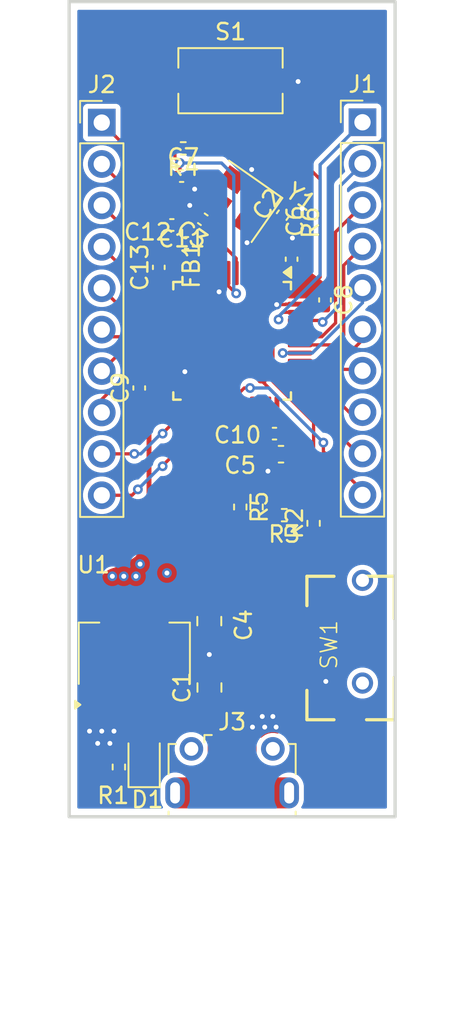
<source format=kicad_pcb>
(kicad_pcb (version 20241229) (generator "pcbnew") (generator_version "9.0")
  (layers (0 "F.Cu" signal) (2 "B.Cu" signal) (13 "F.Paste" user) (15 "B.Paste" user) (5 "F.SilkS" user "F.Silkscreen") (7 "B.SilkS" user "B.Silkscreen") (1 "F.Mask" user) (3 "B.Mask" user) (25 "Edge.Cuts" user))
  (net 0 "")
  (net 1 "+3.3V")
  (net 2 "+3.3VA")
  (net 3 "/NRST")
  (net 4 "/HSE IN")
  (net 5 "/HSE OUT")
  (net 6 "VBUS")
  (net 7 "/PWRLED_K")
  (net 8 "/USB_D+")
  (net 9 "/USB_D-")
  (net 10 "/PC13")
  (net 11 "/SW_BOOT0")
  (net 12 "GND")
  (net 22 "Net-(U2-BOOT0)")
  (net 35 "PA3")
  (net 36 "PA4")
  (net 37 "PA5")
  (net 38 "PA7")
  (net 39 "PA6")
  (net 40 "PB0")
  (net 41 "PB2")
  (net 42 "PB1")
  (net 43 "PB13")
  (net 44 "PB12")
  (net 45 "PB9")
  (net 46 "PB4")
  (net 47 "PA10")
  (net 48 "PB5")
  (net 49 "PA15")
  (net 50 "PB6")
  (net 51 "PB3")
  (net 52 "PB8")
  (net 53 "PA14")
  (net 54 "PB7")
  (net 55 "/STM_USB_D-")
  (net 56 "/STM_USB_D+")
  (footprint "Crystal:Crystal_SMD_3225-4Pin_3.2x2.5mm" (layer "F.Cu") (at 22.5 24.25 145)
    (property "Reference" "Y1" (at -2.900001 2.35 145) (layer "F.SilkS"))
    (property "Value" "16MHz")
    (pad "1" smd rect (at -1.1 0.85 145) (size 1.4 1.2) (layers "F.Cu" "F.Mask" "F.Paste") (net 4 "/HSE IN"))
    (pad "2" smd rect (at 1.099999 0.849999 145) (size 1.4 1.2) (layers "F.Cu" "F.Mask" "F.Paste") (net 12 "GND"))
    (pad "3" smd rect (at 1.1 -0.85 145) (size 1.4 1.2) (layers "F.Cu" "F.Mask" "F.Paste") (net 5 "/HSE OUT"))
    (pad "4" smd rect (at -1.099999 -0.849999 145) (size 1.4 1.2) (layers "F.Cu" "F.Mask" "F.Paste") (net 12 "GND"))
  )
  (footprint "Capacitor_SMD:C_0402_1005Metric" (layer "F.Cu") (at 27.7 30.3 -90)
    (property "Reference" "C8" (at 0 -1.16 90) (layer "F.SilkS"))
    (property "Value" "100nF" (hide yes))
    (pad "1" smd roundrect (at -0.48 0 270) (size 0.56 0.62) (layers "F.Cu" "F.Mask" "F.Paste") (net 1 "+3.3V"))
    (pad "2" smd roundrect (at 0.48 0 270) (size 0.56 0.62) (layers "F.Cu" "F.Mask" "F.Paste") (net 12 "GND"))
  )
  (footprint "Capacitor_SMD:C_0402_1005Metric" (layer "F.Cu") (at 18.3 25.7 180)
    (property "Reference" "C12" (at 1.482003 -0.430596 0) (layer "F.SilkS"))
    (property "Value" "1uF")
    (pad "1" smd roundrect (at -0.48 0 180) (size 0.56 0.62) (layers "F.Cu" "F.Mask" "F.Paste") (net 2 "+3.3VA"))
    (pad "2" smd roundrect (at 0.48 0 180) (size 0.56 0.62) (layers "F.Cu" "F.Mask" "F.Paste") (net 12 "GND"))
  )
  (footprint "Capacitor_SMD:C_0402_1005Metric" (layer "F.Cu") (at 16.3 35.7 90)
    (property "Reference" "C9" (at 0 -1.16 90) (layer "F.SilkS"))
    (property "Value" "100nF")
    (pad "1" smd roundrect (at -0.48 0 90) (size 0.56 0.62) (layers "F.Cu" "F.Mask" "F.Paste") (net 1 "+3.3V"))
    (pad "2" smd roundrect (at 0.48 0 90) (size 0.56 0.62) (layers "F.Cu" "F.Mask" "F.Paste") (net 12 "GND"))
  )
  (footprint "Capacitor_SMD:C_0805_2012Metric" (layer "F.Cu") (at 20.6 50 -90)
    (property "Reference" "C4" (at 0.25 -2.1 90) (layer "F.SilkS"))
    (property "Value" "22u")
    (pad "1" smd roundrect (at -0.95 0 270) (size 1 1.45) (layers "F.Cu" "F.Mask" "F.Paste") (net 1 "+3.3V"))
    (pad "2" smd roundrect (at 0.95 0 270) (size 1 1.45) (layers "F.Cu" "F.Mask" "F.Paste") (net 12 "GND"))
  )
  (footprint "Capacitor_SMD:C_0402_1005Metric" (layer "F.Cu") (at 18.9 22.7)
    (property "Reference" "C7" (at 0.100632 -1.159999 0) (layer "F.SilkS"))
    (property "Value" "100nF")
    (pad "1" smd roundrect (at -0.48 0) (size 0.56 0.62) (layers "F.Cu" "F.Mask" "F.Paste") (net 3 "/NRST"))
    (pad "2" smd roundrect (at 0.48 0) (size 0.56 0.62) (layers "F.Cu" "F.Mask" "F.Paste") (net 12 "GND"))
  )
  (footprint "Capacitor_SMD:C_0603_1608Metric" (layer "F.Cu") (at 25 39.762471 180)
    (property "Reference" "C5" (at 2.506971 -0.687529 0) (layer "F.SilkS"))
    (property "Value" "10uF")
    (pad "1" smd roundrect (at -0.775 0 180) (size 0.9 0.95) (layers "F.Cu" "F.Mask" "F.Paste") (net 1 "+3.3V"))
    (pad "2" smd roundrect (at 0.775 0 180) (size 0.9 0.95) (layers "F.Cu" "F.Mask" "F.Paste") (net 12 "GND"))
  )
  (footprint "Connector_PinHeader_2.54mm:PinHeader_1x10_P2.54mm_Vertical" (layer "F.Cu") (at 14 19.42)
    (property "Reference" "J2" (at 0 -2.33 0) (layer "F.SilkS"))
    (property "Value" "Conn_01x10_Pin")
    (pad "1" thru_hole rect (at 0 0) (size 1.7 1.7) (drill 1) (layers "*.Cu" "*.Mask") (net 35 "PA3"))
    (pad "2" thru_hole oval (at 0 2.54) (size 1.7 1.7) (drill 1) (layers "*.Cu" "*.Mask") (net 36 "PA4"))
    (pad "3" thru_hole oval (at 0 5.08) (size 1.7 1.7) (drill 1) (layers "*.Cu" "*.Mask") (net 37 "PA5"))
    (pad "4" thru_hole oval (at 0 7.62) (size 1.7 1.7) (drill 1) (layers "*.Cu" "*.Mask") (net 39 "PA6"))
    (pad "5" thru_hole oval (at 0 10.16) (size 1.7 1.7) (drill 1) (layers "*.Cu" "*.Mask") (net 38 "PA7"))
    (pad "6" thru_hole oval (at 0 12.7) (size 1.7 1.7) (drill 1) (layers "*.Cu" "*.Mask") (net 40 "PB0"))
    (pad "7" thru_hole oval (at 0 15.24) (size 1.7 1.7) (drill 1) (layers "*.Cu" "*.Mask") (net 42 "PB1"))
    (pad "8" thru_hole oval (at 0 17.78) (size 1.7 1.7) (drill 1) (layers "*.Cu" "*.Mask") (net 41 "PB2"))
    (pad "9" thru_hole oval (at 0 20.32) (size 1.7 1.7) (drill 1) (layers "*.Cu" "*.Mask") (net 44 "PB12"))
    (pad "10" thru_hole oval (at 0 22.86) (size 1.7 1.7) (drill 1) (layers "*.Cu" "*.Mask") (net 43 "PB13"))
  )
  (footprint "PCM_JLCPCB:LQFP-48_7x7mm_P0.5mm" (layer "F.Cu") (at 22 32.806912 -90)
    (property "Reference" "U2" (hide yes))
    (property "Value" "STM32F103C8T6")
    (pad "1" smd roundrect (at -4.16 -2.75 270) (size 1.48 0.3) (layers "F.Cu" "F.Mask" "F.Paste") (net 1 "+3.3V"))
    (pad "2" smd roundrect (at -4.16 -2.25 270) (size 1.48 0.3) (layers "F.Cu" "F.Mask" "F.Paste") (net 10 "/PC13"))
    (pad "3" smd roundrect (at -4.16 -1.75 270) (size 1.48 0.3) (layers "F.Cu" "F.Mask" "F.Paste"))
    (pad "4" smd roundrect (at -4.16 -1.25 270) (size 1.48 0.3) (layers "F.Cu" "F.Mask" "F.Paste"))
    (pad "5" smd roundrect (at -4.16 -0.75 270) (size 1.48 0.3) (layers "F.Cu" "F.Mask" "F.Paste") (net 4 "/HSE IN"))
    (pad "6" smd roundrect (at -4.16 -0.25 270) (size 1.48 0.3) (layers "F.Cu" "F.Mask" "F.Paste") (net 5 "/HSE OUT"))
    (pad "7" smd roundrect (at -4.16 0.25 270) (size 1.48 0.3) (layers "F.Cu" "F.Mask" "F.Paste") (net 3 "/NRST"))
    (pad "8" smd roundrect (at -4.16 0.75 270) (size 1.48 0.3) (layers "F.Cu" "F.Mask" "F.Paste") (net 12 "GND"))
    (pad "9" smd roundrect (at -4.16 1.25 270) (size 1.48 0.3) (layers "F.Cu" "F.Mask" "F.Paste") (net 2 "+3.3VA"))
    (pad "10" smd roundrect (at -4.16 1.75 270) (size 1.48 0.3) (layers "F.Cu" "F.Mask" "F.Paste"))
    (pad "11" smd roundrect (at -4.16 2.25 270) (size 1.48 0.3) (layers "F.Cu" "F.Mask" "F.Paste"))
    (pad "12" smd roundrect (at -4.16 2.75 270) (size 1.48 0.3) (layers "F.Cu" "F.Mask" "F.Paste"))
    (pad "13" smd roundrect (at -2.75 4.16 270) (size 0.3 1.48) (layers "F.Cu" "F.Mask" "F.Paste") (net 35 "PA3"))
    (pad "14" smd roundrect (at -2.25 4.16 270) (size 0.3 1.48) (layers "F.Cu" "F.Mask" "F.Paste") (net 36 "PA4"))
    (pad "15" smd roundrect (at -1.75 4.16 270) (size 0.3 1.48) (layers "F.Cu" "F.Mask" "F.Paste") (net 37 "PA5"))
    (pad "16" smd roundrect (at -1.25 4.16 270) (size 0.3 1.48) (layers "F.Cu" "F.Mask" "F.Paste") (net 39 "PA6"))
    (pad "17" smd roundrect (at -0.75 4.16 270) (size 0.3 1.48) (layers "F.Cu" "F.Mask" "F.Paste") (net 38 "PA7"))
    (pad "18" smd roundrect (at -0.25 4.16 270) (size 0.3 1.48) (layers "F.Cu" "F.Mask" "F.Paste") (net 40 "PB0"))
    (pad "19" smd roundrect (at 0.25 4.16 270) (size 0.3 1.48) (layers "F.Cu" "F.Mask" "F.Paste") (net 42 "PB1"))
    (pad "20" smd roundrect (at 0.75 4.16 270) (size 0.3 1.48) (layers "F.Cu" "F.Mask" "F.Paste") (net 41 "PB2"))
    (pad "21" smd roundrect (at 1.25 4.16 270) (size 0.3 1.48) (layers "F.Cu" "F.Mask" "F.Paste"))
    (pad "22" smd roundrect (at 1.75 4.16 270) (size 0.3 1.48) (layers "F.Cu" "F.Mask" "F.Paste"))
    (pad "23" smd roundrect (at 2.25 4.16 270) (size 0.3 1.48) (layers "F.Cu" "F.Mask" "F.Paste") (net 12 "GND"))
    (pad "24" smd roundrect (at 2.75 4.16 270) (size 0.3 1.48) (layers "F.Cu" "F.Mask" "F.Paste") (net 1 "+3.3V"))
    (pad "25" smd roundrect (at 4.16 2.75 270) (size 1.48 0.3) (layers "F.Cu" "F.Mask" "F.Paste") (net 44 "PB12"))
    (pad "26" smd roundrect (at 4.16 2.25 270) (size 1.48 0.3) (layers "F.Cu" "F.Mask" "F.Paste") (net 43 "PB13"))
    (pad "27" smd roundrect (at 4.16 1.75 270) (size 1.48 0.3) (layers "F.Cu" "F.Mask" "F.Paste"))
    (pad "28" smd roundrect (at 4.16 1.25 270) (size 1.48 0.3) (layers "F.Cu" "F.Mask" "F.Paste"))
    (pad "29" smd roundrect (at 4.16 0.75 270) (size 1.48 0.3) (layers "F.Cu" "F.Mask" "F.Paste"))
    (pad "30" smd roundrect (at 4.16 0.25 270) (size 1.48 0.3) (layers "F.Cu" "F.Mask" "F.Paste"))
    (pad "31" smd roundrect (at 4.16 -0.25 270) (size 1.48 0.3) (layers "F.Cu" "F.Mask" "F.Paste") (net 47 "PA10"))
    (pad "32" smd roundrect (at 4.16 -0.75 270) (size 1.48 0.3) (layers "F.Cu" "F.Mask" "F.Paste") (net 55 "/STM_USB_D-"))
    (pad "33" smd roundrect (at 4.16 -1.25 270) (size 1.48 0.3) (layers "F.Cu" "F.Mask" "F.Paste") (net 56 "/STM_USB_D+"))
    (pad "34" smd roundrect (at 4.16 -1.75 270) (size 1.48 0.3) (layers "F.Cu" "F.Mask" "F.Paste"))
    (pad "35" smd roundrect (at 4.16 -2.25 270) (size 1.48 0.3) (layers "F.Cu" "F.Mask" "F.Paste") (net 12 "GND"))
    (pad "36" smd roundrect (at 4.16 -2.75 270) (size 1.48 0.3) (layers "F.Cu" "F.Mask" "F.Paste") (net 1 "+3.3V"))
    (pad "37" smd roundrect (at 2.75 -4.16 270) (size 0.3 1.48) (layers "F.Cu" "F.Mask" "F.Paste") (net 53 "PA14"))
    (pad "38" smd roundrect (at 2.25 -4.16 270) (size 0.3 1.48) (layers "F.Cu" "F.Mask" "F.Paste") (net 49 "PA15"))
    (pad "39" smd roundrect (at 1.75 -4.16 270) (size 0.3 1.48) (layers "F.Cu" "F.Mask" "F.Paste") (net 51 "PB3"))
    (pad "40" smd roundrect (at 1.25 -4.16 270) (size 0.3 1.48) (layers "F.Cu" "F.Mask" "F.Paste") (net 46 "PB4"))
    (pad "41" smd roundrect (at 0.75 -4.16 270) (size 0.3 1.48) (layers "F.Cu" "F.Mask" "F.Paste") (net 48 "PB5"))
    (pad "42" smd roundrect (at 0.25 -4.16 270) (size 0.3 1.48) (layers "F.Cu" "F.Mask" "F.Paste") (net 50 "PB6"))
    (pad "43" smd roundrect (at -0.25 -4.16 270) (size 0.3 1.48) (layers "F.Cu" "F.Mask" "F.Paste") (net 54 "PB7"))
    (pad "44" smd roundrect (at -0.75 -4.16 270) (size 0.3 1.48) (layers "F.Cu" "F.Mask" "F.Paste") (net 22 "Net-(U2-BOOT0)"))
    (pad "45" smd roundrect (at -1.25 -4.16 270) (size 0.3 1.48) (layers "F.Cu" "F.Mask" "F.Paste") (net 52 "PB8"))
    (pad "46" smd roundrect (at -1.75 -4.16 270) (size 0.3 1.48) (layers "F.Cu" "F.Mask" "F.Paste") (net 45 "PB9"))
    (pad "47" smd roundrect (at -2.25 -4.16 270) (size 0.3 1.48) (layers "F.Cu" "F.Mask" "F.Paste") (net 12 "GND"))
    (pad "48" smd roundrect (at -2.75 -4.16 270) (size 0.3 1.48) (layers "F.Cu" "F.Mask" "F.Paste") (net 1 "+3.3V"))
  )
  (footprint "Connector_PinHeader_2.54mm:PinHeader_1x10_P2.54mm_Vertical" (layer "F.Cu") (at 30 19.4)
    (property "Reference" "J1" (at 0 -2.33 0) (layer "F.SilkS"))
    (property "Value" "Conn_01x10_Pin")
    (pad "1" thru_hole rect (at 0 0) (size 1.7 1.7) (drill 1) (layers "*.Cu" "*.Mask") (net 45 "PB9"))
    (pad "2" thru_hole oval (at 0 2.54) (size 1.7 1.7) (drill 1) (layers "*.Cu" "*.Mask") (net 52 "PB8"))
    (pad "3" thru_hole oval (at 0 5.08) (size 1.7 1.7) (drill 1) (layers "*.Cu" "*.Mask") (net 54 "PB7"))
    (pad "4" thru_hole oval (at 0 7.62) (size 1.7 1.7) (drill 1) (layers "*.Cu" "*.Mask") (net 50 "PB6"))
    (pad "5" thru_hole oval (at 0 10.16) (size 1.7 1.7) (drill 1) (layers "*.Cu" "*.Mask") (net 48 "PB5"))
    (pad "6" thru_hole oval (at 0 12.7) (size 1.7 1.7) (drill 1) (layers "*.Cu" "*.Mask") (net 46 "PB4"))
    (pad "7" thru_hole oval (at 0 15.24) (size 1.7 1.7) (drill 1) (layers "*.Cu" "*.Mask") (net 51 "PB3"))
    (pad "8" thru_hole oval (at 0 17.78) (size 1.7 1.7) (drill 1) (layers "*.Cu" "*.Mask") (net 49 "PA15"))
    (pad "9" thru_hole oval (at 0 20.32) (size 1.7 1.7) (drill 1) (layers "*.Cu" "*.Mask") (net 53 "PA14"))
    (pad "10" thru_hole oval (at 0 22.86) (size 1.7 1.7) (drill 1) (layers "*.Cu" "*.Mask") (net 47 "PA10"))
  )
  (footprint "Custom Footprints:Switch !!!!" (layer "F.Cu") (at 27.55 51.65 90)
    (property "Reference" "SW1" (at 0.2 0.4 90) (layer "F.SilkS") (effects (font (thickness 0.1))))
    (property "Value" "SW_SPDT")
    (pad "1" smd roundrect (at -2 -1.35 180) (size 1.8 1) (layers "F.Cu" "F.Mask") (roundrect_rratio 0.15) (net 12 "GND"))
    (pad "2" smd roundrect (at 0 -1.35 180) (size 1.8 1) (layers "F.Cu" "F.Mask" "F.Paste") (roundrect_rratio 0.15) (net 11 "/SW_BOOT0"))
    (pad "3" smd roundrect (at 2 -1.35 180) (size 1.8 1) (layers "F.Cu" "F.Mask" "F.Paste") (roundrect_rratio 0.15) (net 1 "+3.3V"))
    (pad "4" thru_hole circle (at -2.15 2.45 180) (size 1.3 1.3) (drill 0.8) (layers "*.Cu" "*.Mask"))
    (pad "4" thru_hole circle (at 4.15 2.45 180) (size 1.3 1.3) (drill 0.8) (layers "*.Cu" "*.Mask"))
  )
  (footprint "LED_SMD:LED_0805_2012Metric" (layer "F.Cu") (at 16.6 58.5 90)
    (property "Reference" "D1" (at -2.45 0.2 180) (layer "F.SilkS"))
    (property "Value" "LED")
    (pad "1" smd roundrect (at -0.9375 0 90) (size 0.975 1.4) (layers "F.Cu" "F.Mask" "F.Paste") (net 7 "/PWRLED_K"))
    (pad "2" smd roundrect (at 0.9375 0 90) (size 0.975 1.4) (layers "F.Cu" "F.Mask" "F.Paste") (net 1 "+3.3V"))
  )
  (footprint "Capacitor_SMD:C_0805_2012Metric" (layer "F.Cu") (at 20.608899 54.071859 90)
    (property "Reference" "C1" (at 0 -1.68 90) (layer "F.SilkS"))
    (property "Value" "22uF")
    (pad "1" smd roundrect (at -0.95 0 90) (size 1 1.45) (layers "F.Cu" "F.Mask" "F.Paste") (net 6 "VBUS"))
    (pad "2" smd roundrect (at 0.95 0 90) (size 1 1.45) (layers "F.Cu" "F.Mask" "F.Paste") (net 12 "GND"))
  )
  (footprint "Capacitor_SMD:C_0402_1005Metric" (layer "F.Cu") (at 25.1 25.1 55)
    (property "Reference" "C2" (at 0 -1.160001 55) (layer "F.SilkS"))
    (property "Value" "12pF")
    (pad "1" smd roundrect (at -0.48 0.000001 55) (size 0.56 0.62) (layers "F.Cu" "F.Mask" "F.Paste") (net 4 "/HSE IN"))
    (pad "2" smd roundrect (at 0.48 -0.000001 55) (size 0.56 0.62) (layers "F.Cu" "F.Mask" "F.Paste") (net 12 "GND"))
  )
  (footprint "Capacitor_SMD:C_0402_1005Metric" (layer "F.Cu") (at 17.5 28.3 90)
    (property "Reference" "C13" (at 0 -1.16 90) (layer "F.SilkS"))
    (property "Value" "1uF")
    (pad "1" smd roundrect (at -0.48 0 90) (size 0.56 0.62) (layers "F.Cu" "F.Mask" "F.Paste") (net 1 "+3.3V"))
    (pad "2" smd roundrect (at 0.48 0 90) (size 0.56 0.62) (layers "F.Cu" "F.Mask" "F.Paste") (net 12 "GND"))
  )
  (footprint "Resistor_SMD:R_0402_1005Metric" (layer "F.Cu") (at 22.5 43 -90)
    (property "Reference" "R5" (at 0 -1.17 90) (layer "F.SilkS"))
    (property "Value" "10")
    (pad "1" smd roundrect (at -0.51 0 270) (size 0.54 0.64) (layers "F.Cu" "F.Mask" "F.Paste") (net 55 "/STM_USB_D-"))
    (pad "2" smd roundrect (at 0.51 0 270) (size 0.54 0.64) (layers "F.Cu" "F.Mask" "F.Paste") (net 9 "/USB_D-"))
  )
  (footprint "Resistor_SMD:R_0402_1005Metric" (layer "F.Cu") (at 27 44 90)
    (property "Reference" "R2" (at 0 -1.17 90) (layer "F.SilkS"))
    (property "Value" "10k")
    (pad "1" smd roundrect (at -0.51 0 90) (size 0.54 0.64) (layers "F.Cu" "F.Mask" "F.Paste") (net 11 "/SW_BOOT0"))
    (pad "2" smd roundrect (at 0.51 0 90) (size 0.54 0.64) (layers "F.Cu" "F.Mask" "F.Paste") (net 22 "Net-(U2-BOOT0)"))
  )
  (footprint "Capacitor_SMD:C_0402_1005Metric" (layer "F.Cu") (at 19.2 26.8 180)
    (property "Reference" "C11" (at 0.296893 0.24444 0) (layer "F.SilkS"))
    (property "Value" "10nF")
    (pad "1" smd roundrect (at -0.48 0 180) (size 0.56 0.62) (layers "F.Cu" "F.Mask" "F.Paste") (net 2 "+3.3VA"))
    (pad "2" smd roundrect (at 0.48 0 180) (size 0.56 0.62) (layers "F.Cu" "F.Mask" "F.Paste") (net 12 "GND"))
  )
  (footprint "Resistor_SMD:R_0402_1005Metric" (layer "F.Cu") (at 19 21 180)
    (property "Reference" "R4" (at 0 -1.17 0) (layer "F.SilkS"))
    (property "Value" "10k")
    (pad "1" smd roundrect (at -0.51 0 180) (size 0.54 0.64) (layers "F.Cu" "F.Mask" "F.Paste") (net 1 "+3.3V"))
    (pad "2" smd roundrect (at 0.51 0 180) (size 0.54 0.64) (layers "F.Cu" "F.Mask" "F.Paste") (net 3 "/NRST"))
  )
  (footprint "Capacitor_SMD:C_0201_0603Metric" (layer "F.Cu") (at 18.448255 28.2 -90)
    (property "Reference" "FB1" (at 0 -1.05 90) (layer "F.SilkS"))
    (property "Value" "120")
    (pad "1" smd roundrect (at -0.32 0 270) (size 0.46 0.4) (layers "F.Cu" "F.Mask") (net 2 "+3.3VA"))
    (pad "2" smd roundrect (at 0.32 0 270) (size 0.46 0.4) (layers "F.Cu" "F.Mask") (net 1 "+3.3V"))
  )
  (footprint "Resistor_SMD:R_0402_1005Metric" (layer "F.Cu") (at 23.5 43 -90)
    (property "Reference" "R6" (at -17.445 -3.31 90) (layer "F.SilkS"))
    (property "Value" "10")
    (pad "1" smd roundrect (at -0.51 0 270) (size 0.54 0.64) (layers "F.Cu" "F.Mask" "F.Paste") (net 56 "/STM_USB_D+"))
    (pad "2" smd roundrect (at 0.51 0 270) (size 0.54 0.64) (layers "F.Cu" "F.Mask" "F.Paste") (net 8 "/USB_D+"))
  )
  (footprint "Resistor_SMD:R_0402_1005Metric" (layer "F.Cu") (at 25.2 43.5 180)
    (property "Reference" "R3" (at 0 -1.17 0) (layer "F.SilkS"))
    (property "Value" "1k5")
    (pad "1" smd roundrect (at -0.51 0 180) (size 0.54 0.64) (layers "F.Cu" "F.Mask" "F.Paste") (net 1 "+3.3V"))
    (pad "2" smd roundrect (at 0.51 0 180) (size 0.54 0.64) (layers "F.Cu" "F.Mask" "F.Paste") (net 8 "/USB_D+"))
  )
  (footprint "Capacitor_SMD:C_0402_1005Metric" (layer "F.Cu") (at 20.2 25.35 145)
    (property "Reference" "C3" (at 0 -1.160001 145) (layer "F.SilkS"))
    (property "Value" "12pF")
    (pad "1" smd roundrect (at -0.48 0.000001 145) (size 0.56 0.62) (layers "F.Cu" "F.Mask" "F.Paste") (net 5 "/HSE OUT"))
    (pad "2" smd roundrect (at 0.48 -0.000001 145) (size 0.56 0.62) (layers "F.Cu" "F.Mask" "F.Paste") (net 12 "GND"))
  )
  (footprint "Capacitor_SMD:C_0402_1005Metric" (layer "F.Cu") (at 24.6 38.5 180)
    (property "Reference" "C10" (at 2.267315 -0.083628 0) (layer "F.SilkS"))
    (property "Value" "100nF")
    (pad "1" smd roundrect (at -0.48 0 180) (size 0.56 0.62) (layers "F.Cu" "F.Mask" "F.Paste") (net 1 "+3.3V"))
    (pad "2" smd roundrect (at 0.48 0 180) (size 0.56 0.62) (layers "F.Cu" "F.Mask" "F.Paste") (net 12 "GND"))
  )
  (footprint "Resistor_SMD:R_0402_1005Metric" (layer "F.Cu") (at 15.05 58.95 -90)
    (property "Reference" "R1" (at 1.75 0.35 180) (layer "F.SilkS"))
    (property "Value" "1k5")
    (pad "1" smd roundrect (at -0.51 0 270) (size 0.54 0.64) (layers "F.Cu" "F.Mask" "F.Paste") (net 12 "GND"))
    (pad "2" smd roundrect (at 0.51 0 270) (size 0.54 0.64) (layers "F.Cu" "F.Mask" "F.Paste") (net 7 "/PWRLED_K"))
  )
  (footprint "Custom Footprints:SW_Tactile_SPST_NO_Straight_CK_PTS636Sx25SMTRLFS" (layer "F.Cu") (at 21.9 16.85)
    (property "Reference" "S1" (at 0 -3 0) (layer "F.SilkS"))
    (property "Value" "Tactile Button, 160gf")
    (pad "1" smd rect (at -3.25 0) (size 0.9 1.4) (layers "F.Cu" "F.Mask" "F.Paste") (net 3 "/NRST"))
    (pad "2" smd rect (at 3.25 0) (size 0.9 1.4) (layers "F.Cu" "F.Mask" "F.Paste") (net 12 "GND"))
  )
  (footprint "Capacitor_SMD:C_0402_1005Metric" (layer "F.Cu") (at 25.65 27.8 90)
    (property "Reference" "C6" (at 2.340229 0.226901 90) (layer "F.SilkS"))
    (property "Value" "100nF")
    (pad "1" smd roundrect (at -0.48 0 90) (size 0.56 0.62) (layers "F.Cu" "F.Mask" "F.Paste") (net 1 "+3.3V"))
    (pad "2" smd roundrect (at 0.48 0 90) (size 0.56 0.62) (layers "F.Cu" "F.Mask" "F.Paste") (net 12 "GND"))
  )
  (footprint "Connector_USB:USB_Micro-B_Molex-105017-0001" (layer "F.Cu") (at 22 59.3)
    (property "Reference" "J3" (at 0 -3.1125 0) (layer "F.SilkS"))
    (property "Value" "USB_B_Micro")
    (pad "1" smd rect (at -1.3 -1.4625) (size 0.4 1.35) (layers "F.Cu" "F.Mask" "F.Paste") (net 6 "VBUS"))
    (pad "2" smd rect (at -0.65 -1.4625) (size 0.4 1.35) (layers "F.Cu" "F.Mask" "F.Paste") (net 9 "/USB_D-"))
    (pad "3" smd rect (at 0 -1.4625) (size 0.4 1.35) (layers "F.Cu" "F.Mask" "F.Paste") (net 8 "/USB_D+"))
    (pad "4" smd rect (at 0.65 -1.4625) (size 0.4 1.35) (layers "F.Cu" "F.Mask" "F.Paste"))
    (pad "5" smd rect (at 1.3 -1.4625) (size 0.4 1.35) (layers "F.Cu" "F.Mask" "F.Paste") (net 12 "GND"))
    (pad "6" thru_hole oval (at -3.5 1.2375 180) (size 1.2 1.9) (drill oval 0.6 1.3) (property pad_prop_heatsink) (layers "*.Cu" "*.Mask"))
    (pad "6" smd rect (at -2.9 1.2375) (size 1.2 1.9) (layers "F.Cu" "F.Mask"))
    (pad "6" thru_hole circle (at -2.5 -1.4625) (size 1.45 1.45) (drill 0.85) (property pad_prop_heatsink) (layers "*.Cu" "*.Mask"))
    (pad "6" smd rect (at -1 1.2375) (size 1.5 1.9) (layers "F.Cu" "F.Mask" "F.Paste"))
    (pad "6" smd rect (at 1 1.2375) (size 1.5 1.9) (layers "F.Cu" "F.Mask" "F.Paste"))
    (pad "6" thru_hole circle (at 2.5 -1.4625) (size 1.45 1.45) (drill 0.85) (property pad_prop_heatsink) (layers "*.Cu" "*.Mask"))
    (pad "6" smd rect (at 2.9 1.2375) (size 1.2 1.9) (layers "F.Cu" "F.Mask"))
    (pad "6" thru_hole oval (at 3.5 1.2375) (size 1.2 1.9) (drill oval 0.6 1.3) (property pad_prop_heatsink) (layers "*.Cu" "*.Mask"))
  )
  (footprint "Package_TO_SOT_SMD:SOT-223-3_TabPin2" (layer "F.Cu") (at 16 52 90)
    (property "Reference" "U1" (at 5.45 -2.5 180) (layer "F.SilkS"))
    (property "Value" "AMS1117-3.3")
    (pad "1" smd roundrect (at -3.15 -2.3 90) (size 2 1.5) (layers "F.Cu" "F.Mask" "F.Paste") (net 12 "GND"))
    (pad "2" smd roundrect (at -3.15 0 90) (size 2 1.5) (layers "F.Cu" "F.Mask" "F.Paste") (net 1 "+3.3V"))
    (pad "2" smd roundrect (at 3.15 0 90) (size 2 3.8) (layers "F.Cu" "F.Mask" "F.Paste") (net 1 "+3.3V"))
    (pad "3" smd roundrect (at -3.15 2.3 90) (size 2 1.5) (layers "F.Cu" "F.Mask" "F.Paste") (net 6 "VBUS"))
  )
  (gr_rect (start 12 12) (end 32 62) (stroke (width 0.2)) (fill no) (layer "Edge.Cuts"))
  (segment (start 25.5 21) (end 27.4 22.9) (width 0.2) (layer "F.Cu") (net 1))
  (segment (start 17.84 35.556912) (end 17.143088 35.556912) (width 0.3) (layer "F.Cu") (net 1))
  (segment (start 24.75 36.193088) (end 23.056912 34.5) (width 0.2) (layer "F.Cu") (net 1))
  (segment (start 25.775 43.435) (end 25.71 43.5) (width 0.2) (layer "F.Cu") (net 1))
  (segment (start 25.775 39.762471) (end 25.775 43.435) (width 0.2) (layer "F.Cu") (net 1))
  (segment (start 16.3 36.18) (end 16.325745 36.18) (width 0.2) (layer "F.Cu") (net 1))
  (segment (start 25.516124 30.056912) (end 26.16 30.056912) (width 0.2) (layer "F.Cu") (net 1))
  (segment (start 27.463088 30.056912) (end 27.7 29.82) (width 0.2) (layer "F.Cu") (net 1))
  (segment (start 18.448255 28.52) (end 18.448255 29.248255) (width 0.2) (layer "F.Cu") (net 1))
  (segment (start 25.7 49.8) (end 26 49.5) (width 0.2) (layer "F.Cu") (net 1))
  (segment (start 17.76 28.52) (end 17.5 28.78) (width 0.2) (layer "F.Cu") (net 1))
  (segment (start 25.86 49.36) (end 26 49.5) (width 0.2) (layer "F.Cu") (net 1))
  (segment (start 16.9 47.478128) (end 17.135936 47.714064) (width 0.3) (layer "F.Cu") (net 1))
  (segment (start 25.65 29.35) (end 25.05 29.35) (width 0.2) (layer "F.Cu") (net 1))
  (segment (start 17.135936 47.714064) (end 16 48.85) (width 0.2) (layer "F.Cu") (net 1))
  (segment (start 25.71 48.51) (end 26.2 49) (width 0.2) (layer "F.Cu") (net 1))
  (segment (start 25.71 43.5) (end 25.71 48.51) (width 0.2) (layer "F.Cu") (net 1))
  (segment (start 18.448255 28.52) (end 17.76 28.52) (width 0.2) (layer "F.Cu") (net 1))
  (segment (start 16 55.15) (end 16 56.9625) (width 0.2) (layer "F.Cu") (net 1))
  (segment (start 26.2 49) (end 26.2 49.65) (width 0.2) (layer "F.Cu") (net 1))
  (segment (start 16.325745 36.18) (end 16.9 36.754255) (width 0.3) (layer "F.Cu") (net 1))
  (segment (start 25.08 39.067471) (end 25.775 39.762471) (width 0.2) (layer "F.Cu") (net 1))
  (segment (start 26.16 30.056912) (end 25.5 30.056912) (width 0.2) (layer "F.Cu") (net 1))
  (segment (start 26 40.087471) (end 25.675 39.762471) (width 0.2) (layer "F.Cu") (net 1))
  (segment (start 27.4 22.9) (end 27.4 28.9) (width 0.2) (layer "F.Cu") (net 1))
  (segment (start 23.6 21) (end 19.51 21) (width 0.2) (layer "F.Cu") (net 1))
  (segment (start 16 56.9625) (end 16.6 57.5625) (width 0.2) (layer "F.Cu") (net 1))
  (segment (start 27.4 28.9) (end 26.7 29.6) (width 0.2) (layer "F.Cu") (net 1))
  (segment (start 24.75 38.17) (end 25.08 38.5) (width 0.2) (layer "F.Cu") (net 1))
  (segment (start 17.84 35.556912) (end 19.543088 35.556912) (width 0.3) (layer "F.Cu") (net 1))
  (segment (start 26.145 39.762471) (end 25.8 40.107471) (width 0.2) (layer "F.Cu") (net 1))
  (segment (start 24.75 36.966912) (end 24.75 38.17) (width 0.2) (layer "F.Cu") (net 1))
  (segment (start 25.05 29.35) (end 23.6 30.8) (width 0.2) (layer "F.Cu") (net 1))
  (segment (start 23.056912 34.5) (end 23 34.5) (width 0.2) (layer "F.Cu") (net 1))
  (segment (start 23.6 30.8) (end 23.6 30.95) (width 0.2) (layer "F.Cu") (net 1))
  (segment (start 23.6 21) (end 25.5 21) (width 0.2) (layer "F.Cu") (net 1))
  (segment (start 25.08 38.5) (end 25.08 39.067471) (width 0.2) (layer "F.Cu") (net 1))
  (segment (start 19.543088 35.556912) (end 20.356912 34.743088) (width 0.3) (layer "F.Cu") (net 1))
  (segment (start 24.75 36.966912) (end 24.75 36.193088) (width 0.2) (layer "F.Cu") (net 1))
  (segment (start 23.610638 21) (end 23.6 21) (width 0.2) (layer "F.Cu") (net 1))
  (segment (start 16.52 36.18) (end 16.3 36.18) (width 0.3) (layer "F.Cu") (net 1))
  (segment (start 20.356912 34.743088) (end 20.356912 34.293031) (width 0.3) (layer "F.Cu") (net 1))
  (segment (start 16.9 36.754255) (end 16.9 47.478128) (width 0.3) (layer "F.Cu") (net 1))
  (segment (start 18.448255 29.248255) (end 19.9 30.7) (width 0.2) (layer "F.Cu") (net 1))
  (segment (start 25.4 49.6) (end 25.45 49.65) (width 0.2) (layer "F.Cu") (net 1))
  (segment (start 24.719597 28.616509) (end 24.75 28.646912) (width 0.2) (layer "F.Cu") (net 1))
  (segment (start 25.45 49.65) (end 26.2 49.65) (width 0.2) (layer "F.Cu") (net 1))
  (segment (start 17.143088 35.556912) (end 16.52 36.18) (width 0.3) (layer "F.Cu") (net 1))
  (via (at 15.35 47.25) (size 0.6) (drill 0.3) (layers "F.Cu" "B.Cu") (net 1))
  (via (at 18 47.05) (size 0.6) (drill 0.3) (layers "F.Cu" "B.Cu") (net 1))
  (via (at 16.1 47.25) (size 0.6) (drill 0.3) (layers "F.Cu" "B.Cu") (net 1))
  (via (at 16.35 46.5) (size 0.6) (drill 0.3) (layers "F.Cu" "B.Cu") (net 1))
  (via (at 14.65 47.25) (size 0.6) (drill 0.3) (layers "F.Cu" "B.Cu") (net 1))
  (segment (start 20.75 27.837548) (end 20.75 28.646912) (width 0.2) (layer "F.Cu") (net 2))
  (segment (start 18.6 27.88) (end 18.448255 27.88) (width 0.2) (layer "F.Cu") (net 2))
  (segment (start 19.89 26.8) (end 20.75 27.66) (width 0.2) (layer "F.Cu") (net 2))
  (segment (start 19.68 26.8) (end 19.89 26.8) (width 0.2) (layer "F.Cu") (net 2))
  (segment (start 18.448255 27.986569) (end 18.534764 27.986569) (width 0.2) (layer "F.Cu") (net 2))
  (segment (start 18.78 25.9) (end 19.68 26.8) (width 0.2) (layer "F.Cu") (net 2))
  (segment (start 20.75 27.66) (end 20.75 28.646912) (width 0.2) (layer "F.Cu") (net 2))
  (segment (start 19.68 26.8) (end 18.6 27.88) (width 0.2) (layer "F.Cu") (net 2))
  (segment (start 18.78 25.7) (end 18.78 25.9) (width 0.2) (layer "F.Cu") (net 2))
  (segment (start 18.49 21.59) (end 18.8 21.9) (width 0.2) (layer "F.Cu") (net 3))
  (segment (start 18.8 22.32) (end 18.42 22.7) (width 0.2) (layer "F.Cu") (net 3))
  (segment (start 21.75 29.420736) (end 22.229264 29.9) (width 0.2) (layer "F.Cu") (net 3))
  (segment (start 18.5 21) (end 18.5 17) (width 0.2) (layer "F.Cu") (net 3))
  (segment (start 18.49 21) (end 18.49 21.59) (width 0.2) (layer "F.Cu") (net 3))
  (segment (start 21.75 28.646912) (end 21.75 29.420736) (width 0.2) (layer "F.Cu") (net 3))
  (segment (start 18.5 17) (end 18.65 16.85) (width 0.2) (layer "F.Cu") (net 3))
  (segment (start 22.229264 29.9) (end 22.25 29.9) (width 0.2) (layer "F.Cu") (net 3))
  (segment (start 18.8 21.9) (end 18.8 22.32) (width 0.2) (layer "F.Cu") (net 3))
  (via (at 22.25 29.9) (size 0.6) (drill 0.3) (layers "F.Cu" "B.Cu") (net 3))
  (via (at 18.8 21.9) (size 0.6) (drill 0.3) (layers "F.Cu" "B.Cu") (net 3))
  (segment (start 22.1 29.75) (end 22.1 22.65) (width 0.2) (layer "B.Cu") (net 3))
  (segment (start 22.1 22.65) (end 21.35 21.9) (width 0.2) (layer "B.Cu") (net 3))
  (segment (start 22.25 29.9) (end 22.1 29.75) (width 0.2) (layer "B.Cu") (net 3))
  (segment (start 21.35 21.9) (end 18.8 21.9) (width 0.2) (layer "B.Cu") (net 3))
  (segment (start 22.799 27.824088) (end 24.824684 25.798404) (width 0.2) (layer "F.Cu") (net 4))
  (segment (start 23.888607 24.557116) (end 24.824684 25.493193) (width 0.2) (layer "F.Cu") (net 4))
  (segment (start 24.824684 25.798404) (end 24.824684 25.493193) (width 0.2) (layer "F.Cu") (net 4))
  (segment (start 23.888607 24.184655) (end 23.888607 24.557116) (width 0.2) (layer "F.Cu") (net 4))
  (segment (start 22.75 28.646912) (end 22.75 28.15) (width 0.2) (layer "F.Cu") (net 4))
  (segment (start 22.799 28.101) (end 22.799 27.824088) (width 0.2) (layer "F.Cu") (net 4))
  (segment (start 22.75 28.15) (end 22.799 28.101) (width 0.2) (layer "F.Cu") (net 4))
  (segment (start 21.507278 24.71123) (end 21.111393 24.315345) (width 0.2) (layer "F.Cu") (net 5))
  (segment (start 20.593193 25.625316) (end 21.507278 24.71123) (width 0.2) (layer "F.Cu") (net 5))
  (segment (start 20.593193 26.093193) (end 22.25 27.75) (width 0.2) (layer "F.Cu") (net 5))
  (segment (start 20.593193 25.625316) (end 20.593193 26.093193) (width 0.2) (layer "F.Cu") (net 5))
  (segment (start 22.25 27.75) (end 22.25 28.646912) (width 0.2) (layer "F.Cu") (net 5))
  (segment (start 19.071859 55.021859) (end 20.7 56.65) (width 0.2) (layer "F.Cu") (net 6))
  (segment (start 20.7 56.65) (end 20.7 57.8375) (width 0.2) (layer "F.Cu") (net 6))
  (segment (start 18.428141 55.021859) (end 19.071859 55.021859) (width 0.2) (layer "F.Cu") (net 6))
  (segment (start 20.608899 55.021859) (end 18.428141 55.021859) (width 0.2) (layer "F.Cu") (net 6))
  (segment (start 18.428141 55.021859) (end 18.3 55.15) (width 0.2) (layer "F.Cu") (net 6))
  (segment (start 15.0725 59.4375) (end 15.05 59.46) (width 0.2) (layer "F.Cu") (net 7))
  (segment (start 16.6 59.4375) (end 15.0725 59.4375) (width 0.2) (layer "F.Cu") (net 7))
  (segment (start 24.69 43.5) (end 23.51 43.5) (width 0.3) (layer "F.Cu") (net 8))
  (segment (start 21.95 56.53891) (end 23.275 55.21391) (width 0.4) (layer "F.Cu") (net 8))
  (segment (start 23.275 44.215001) (end 23.5 43.990001) (width 0.4) (layer "F.Cu") (net 8))
  (segment (start 23.51 43.5) (end 23.5 43.51) (width 0.3) (layer "F.Cu") (net 8))
  (segment (start 21.95 56.774999) (end 21.95 56.53891) (width 0.4) (layer "F.Cu") (net 8))
  (segment (start 23.275 55.21391) (end 23.275 44.215001) (width 0.4) (layer "F.Cu") (net 8))
  (segment (start 22 56.824999) (end 21.95 56.774999) (width 0.4) (layer "F.Cu") (net 8))
  (segment (start 23.5 43.990001) (end 23.5 43.51) (width 0.4) (layer "F.Cu") (net 8))
  (segment (start 22 57.8375) (end 22 56.824999) (width 0.4) (layer "F.Cu") (net 8))
  (segment (start 22 57.823897) (end 22 57.8375) (width 0.2) (layer "F.Cu") (net 8))
  (segment (start 21.35 57.8375) (end 21.35 56.824999) (width 0.4) (layer "F.Cu") (net 9))
  (segment (start 22.725 44.215001) (end 22.5 43.990001) (width 0.4) (layer "F.Cu") (net 9))
  (segment (start 22.5 43.990001) (end 22.5 43.51) (width 0.4) (layer "F.Cu") (net 9))
  (segment (start 21.4 56.31109) (end 22.725 54.98609) (width 0.4) (layer "F.Cu") (net 9))
  (segment (start 21.35 56.824999) (end 21.4 56.774999) (width 0.4) (layer "F.Cu") (net 9))
  (segment (start 22.725 54.98609) (end 22.725 44.215001) (width 0.4) (layer "F.Cu") (net 9))
  (segment (start 21.4 56.774999) (end 21.4 56.31109) (width 0.4) (layer "F.Cu") (net 9))
  (segment (start 28.4 50.7) (end 27.45 51.65) (width 0.2) (layer "F.Cu") (net 11))
  (segment (start 27 45.15) (end 28.4 46.55) (width 0.2) (layer "F.Cu") (net 11))
  (segment (start 27 44.51) (end 27 45.15) (width 0.2) (layer "F.Cu") (net 11))
  (segment (start 27.45 51.65) (end 26.2 51.65) (width 0.2) (layer "F.Cu") (net 11))
  (segment (start 28.4 46.55) (end 28.4 50.7) (width 0.2) (layer "F.Cu") (net 11))
  (segment (start 26.05 16.9) (end 25.2 16.9) (width 0.5) (layer "F.Cu") (net 12))
  (segment (start 18.62 26.9) (end 18.72 26.8) (width 0.2) (layer "F.Cu") (net 12))
  (segment (start 25.382123 24.7) (end 25.375316 24.706807) (width 0.2) (layer "F.Cu") (net 12))
  (segment (start 25.7 27.27) (end 25.65 27.32) (width 0.2) (layer "F.Cu") (net 12))
  (segment (start 24.733386 30.583386) (end 25.254782 30.583386) (width 0.2) (layer "F.Cu") (net 12))
  (segment (start 24.225 39.762471) (end 24.225 40.775) (width 0.2) (layer "F.Cu") (net 12))
  (segment (start 23.2 22.3) (end 22.709261 22.3) (width 0.2) (layer "F.Cu") (net 12))
  (segment (start 20.83704 53.35) (end 20.608899 53.121859) (width 0.2) (layer "F.Cu") (net 12))
  (segment (start 26.2 53.65) (end 27.7 53.65) (width 0.2) (layer "F.Cu") (net 12))
  (segment (start 19.4 24.5) (end 19.732123 24.832123) (width 0.2) (layer "F.Cu") (net 12))
  (segment (start 25.281256 30.556912) (end 26.16 30.556912) (width 0.2) (layer "F.Cu") (net 12))
  (segment (start 25.15 16.85) (end 25.15 17.15) (width 0.2) (layer "F.Cu") (net 12))
  (segment (start 27.7 53.65) (end 27.75 53.7) (width 0.2) (layer "F.Cu") (net 12))
  (segment (start 19.38 22.7) (end 19.7 23.02) (width 0.2) (layer "F.Cu") (net 12))
  (segment (start 24.225 40.775) (end 24.2 40.8) (width 0.2) (layer "F.Cu") (net 12))
  (segment (start 19.732123 25) (end 19.806807 25.074684) (width 0.2) (layer "F.Cu") (net 12))
  (segment (start 23.3 57.8375) (end 23.3 58.3125) (width 0.2) (layer "F.Cu") (net 12))
  (segment (start 16.3 35.22) (end 16.463088 35.056912) (width 0.2) (layer "F.Cu") (net 12))
  (segment (start 24.25 38.37) (end 24.12 38.5) (width 0.2) (layer "F.Cu") (net 12))
  (segment (start 27.7 30.78) (end 27.476912 30.556912) (width 0.2) (layer "F.Cu") (net 12))
  (segment (start 20.6 53.11296) (end 20.608899 53.121859) (width 0.2) (layer "F.Cu") (net 12))
  (segment (start 21.200632 28.597544) (end 21.25 28.646912) (width 0.2) (layer "F.Cu") (net 12))
  (segment (start 19.7 23.02) (end 19.7 23.5) (width 0.2) (layer "F.Cu") (net 12))
  (segment (start 19.1 34.7) (end 18.743088 35.056912) (width 0.2) (layer "F.Cu") (net 12))
  (segment (start 21.25 29.75) (end 21.2 29.8) (width 0.2) (layer "F.Cu") (net 12))
  (segment (start 22.709261 22.3) (end 22.086473 22.922788) (width 0.2) (layer "F.Cu") (net 12))
  (segment (start 24.25 36.966912) (end 24.25 38.37) (width 0.2) (layer "F.Cu") (net 12))
  (segment (start 25.254782 30.583386) (end 25.281256 30.556912) (width 0.2) (layer "F.Cu") (net 12))
  (segment (start 22.913527 26.786473) (end 22.913527 25.577212) (width 0.2) (layer "F.Cu") (net 12))
  (segment (start 19.732123 24.832123) (end 19.732123 25) (width 0.2) (layer "F.Cu") (net 12))
  (segment (start 13.786317 57.536317) (end 13.75 57.5) (width 0.2) (layer "F.Cu") (net 12))
  (segment (start 24.12 38.5) (end 24.12 39.657471) (width 0.2) (layer "F.Cu") (net 12))
  (segment (start 25.7 26.5) (end 25.7 27.27) (width 0.2) (layer "F.Cu") (net 12))
  (segment (start 21.25 28.646912) (end 21.25 29.75) (width 0.2) (layer "F.Cu") (net 12))
  (segment (start 16.463088 35.056912) (end 17.84 35.056912) (width 0.2) (layer "F.Cu") (net 12))
  (segment (start 18.743088 35.056912) (end 17.84 35.056912) (width 0.2) (layer "F.Cu") (net 12))
  (segment (start 25.2 16.9) (end 25.15 16.85) (width 0.2) (layer "F.Cu") (net 12))
  (segment (start 20.6 50.95) (end 20.6 52.05) (width 0.2) (layer "F.Cu") (net 12))
  (segment (start 17.5 27.826912) (end 17.5 27.656912) (width 0.2) (layer "F.Cu") (net 12))
  (segment (start 20.6 52.05) (end 20.6 53.11296) (width 0.2) (layer "F.Cu") (net 12))
  (segment (start 27.476912 30.556912) (end 26.16 30.556912) (width 0.2) (layer "F.Cu") (net 12))
  (segment (start 24.12 39.657471) (end 24.225 39.762471) (width 0.2) (layer "F.Cu") (net 12))
  (segment (start 26.3 24.7) (end 25.382123 24.7) (width 0.2) (layer "F.Cu") (net 12))
  (via (at 24.2 40.8) (size 0.6) (drill 0.3) (layers "F.Cu" "B.Cu") (net 12))
  (via (at 21.2 29.8) (size 0.6) (drill 0.3) (layers "F.Cu" "B.Cu") (net 12))
  (via (at 23.25 56.5) (size 0.6) (drill 0.3) (layers "F.Cu" "B.Cu") (net 12))
  (via (at 14.5 57.5) (size 0.6) (drill 0.3) (layers "F.Cu" "B.Cu") (net 12))
  (via (at 13.75 57.5) (size 0.6) (drill 0.3) (layers "F.Cu" "B.Cu") (net 12))
  (via (at 19.7 23.5) (size 0.6) (drill 0.3) (layers "F.Cu" "B.Cu") (net 12))
  (via (at 24.5 55.85) (size 0.6) (drill 0.3) (layers "F.Cu" "B.Cu") (net 12))
  (via (at 22.913527 26.786473) (size 0.6) (drill 0.3) (layers "F.Cu" "B.Cu") (net 12))
  (via (at 27.75 53.7) (size 0.6) (drill 0.3) (layers "F.Cu" "B.Cu") (net 12))
  (via (at 19.4 24.5) (size 0.6) (drill 0.3) (layers "F.Cu" "B.Cu") (net 12))
  (via (at 13.25 56.75) (size 0.6) (drill 0.3) (layers "F.Cu" "B.Cu") (net 12))
  (via (at 25.7 26.5) (size 0.6) (drill 0.3) (layers "F.Cu" "B.Cu") (net 12))
  (via (at 14 56.75) (size 0.6) (drill 0.3) (layers "F.Cu" "B.Cu") (net 12))
  (via (at 24 56.5) (size 0.6) (drill 0.3) (layers "F.Cu" "B.Cu") (net 12))
  (via (at 23.85 55.85) (size 0.6) (drill 0.3) (layers "F.Cu" "B.Cu") (net 12))
  (via (at 24.7 56.5) (size 0.6) (drill 0.3) (layers "F.Cu" "B.Cu") (net 12))
  (via (at 23.2 22.3) (size 0.6) (drill 0.3) (layers "F.Cu" "B.Cu") (net 12))
  (via (at 24.733386 30.583386) (size 0.6) (drill 0.3) (layers "F.Cu" "B.Cu") (net 12))
  (via (at 26.05 16.9) (size 0.6) (drill 0.3) (layers "F.Cu" "B.Cu") (net 12))
  (via (at 19.1 34.7) (size 0.6) (drill 0.3) (layers "F.Cu" "B.Cu") (net 12))
  (via (at 20.6 52.05) (size 0.6) (drill 0.3) (layers "F.Cu" "B.Cu") (net 12))
  (via (at 26.3 24.7) (size 0.6) (drill 0.3) (layers "F.Cu" "B.Cu") (net 12))
  (via (at 14.75 56.75) (size 0.6) (drill 0.3) (layers "F.Cu" "B.Cu") (net 12))
  (segment (start 27 43.49) (end 27 37.8) (width 0.2) (layer "F.Cu") (net 22))
  (segment (start 27 37.8) (end 24.504648 35.304648) (width 0.2) (layer "F.Cu") (net 22))
  (segment (start 25.386176 32.056912) (end 26.16 32.056912) (width 0.2) (layer "F.Cu") (net 22))
  (segment (start 24.504648 35.304648) (end 24.504648 32.93844) (width 0.2) (layer "F.Cu") (net 22))
  (segment (start 24.504648 32.93844) (end 25.386176 32.056912) (width 0.2) (layer "F.Cu") (net 22))
  (segment (start 16.799 27.501) (end 16.799 29.887736) (width 0.2) (layer "F.Cu") (net 35))
  (segment (start 14 19.42) (end 17 22.42) (width 0.2) (layer "F.Cu") (net 35))
  (segment (start 17 27.3) (end 16.799 27.501) (width 0.2) (layer "F.Cu") (net 35))
  (segment (start 16.799 29.887736) (end 16.968176 30.056912) (width 0.2) (layer "F.Cu") (net 35))
  (segment (start 16.968176 30.056912) (end 17.84 30.056912) (width 0.2) (layer "F.Cu") (net 35))
  (segment (start 17 22.42) (end 17 27.3) (width 0.2) (layer "F.Cu") (net 35))
  (segment (start 16.398 30.053836) (end 16.901076 30.556912) (width 0.2) (layer "F.Cu") (net 36))
  (segment (start 16.398 24.358) (end 16.398 30.053836) (width 0.2) (layer "F.Cu") (net 36))
  (segment (start 16.901076 30.556912) (end 17.84 30.556912) (width 0.2) (layer "F.Cu") (net 36))
  (segment (start 14 21.96) (end 16.398 24.358) (width 0.2) (layer "F.Cu") (net 36))
  (segment (start 16.833976 31.056912) (end 17.84 31.056912) (width 0.2) (layer "F.Cu") (net 37))
  (segment (start 15.997 26.497) (end 15.997 30.219936) (width 0.2) (layer "F.Cu") (net 37))
  (segment (start 15.997 30.219936) (end 16.833976 31.056912) (width 0.2) (layer "F.Cu") (net 37))
  (segment (start 14 24.5) (end 15.997 26.497) (width 0.2) (layer "F.Cu") (net 37))
  (segment (start 16.476912 32.056912) (end 17.84 32.056912) (width 0.2) (layer "F.Cu") (net 38))
  (segment (start 14 29.58) (end 16.476912 32.056912) (width 0.2) (layer "F.Cu") (net 38))
  (segment (start 14 27.04) (end 15.596 28.636) (width 0.2) (layer "F.Cu") (net 39))
  (segment (start 15.596 28.636) (end 15.596 30.386036) (width 0.2) (layer "F.Cu") (net 39))
  (segment (start 15.596 30.386036) (end 16.766876 31.556912) (width 0.2) (layer "F.Cu") (net 39))
  (segment (start 16.766876 31.556912) (end 17.84 31.556912) (width 0.2) (layer "F.Cu") (net 39))
  (segment (start 17.84 32.556912) (end 14.436912 32.556912) (width 0.2) (layer "F.Cu") (net 40))
  (segment (start 14.436912 32.556912) (end 14 32.12) (width 0.2) (layer "F.Cu") (net 40))
  (segment (start 17.84 33.556912) (end 16.843088 33.556912) (width 0.2) (layer "F.Cu") (net 41))
  (segment (start 14 36.4) (end 14 37.2) (width 0.2) (layer "F.Cu") (net 41))
  (segment (start 16.843088 33.556912) (end 14 36.4) (width 0.2) (layer "F.Cu") (net 41))
  (segment (start 14 34.66) (end 14 34.623088) (width 0.2) (layer "F.Cu") (net 42))
  (segment (start 14 34.66) (end 15.603088 33.056912) (width 0.2) (layer "F.Cu") (net 42))
  (segment (start 15.603088 33.056912) (end 17.84 33.056912) (width 0.2) (layer "F.Cu") (net 42))
  (segment (start 19.75 38.45) (end 19.75 36.966912) (width 0.2) (layer "F.Cu") (net 43))
  (segment (start 17.735936 40.5) (end 17.735936 40.464064) (width 0.2) (layer "F.Cu") (net 43))
  (segment (start 17.735936 40.464064) (end 19.75 38.45) (width 0.2) (layer "F.Cu") (net 43))
  (segment (start 16.217968 41.917968) (end 15.855936 42.28) (width 0.2) (layer "F.Cu") (net 43))
  (segment (start 15.855936 42.28) (end 14 42.28) (width 0.2) (layer "F.Cu") (net 43))
  (via (at 16.217968 41.917968) (size 0.6) (drill 0.3) (layers "F.Cu" "B.Cu") (net 43))
  (via (at 17.735936 40.5) (size 0.6) (drill 0.3) (layers "F.Cu" "B.Cu") (net 43))
  (segment (start 17.735936 40.5) (end 17.7 40.5) (width 0.2) (layer "B.Cu") (net 43))
  (segment (start 17.735936 40.5) (end 17.635936 40.5) (width 0.2) (layer "B.Cu") (net 43))
  (segment (start 17.635936 40.5) (end 16.217968 41.917968) (width 0.2) (layer "B.Cu") (net 43))
  (segment (start 16 39.74) (end 14 39.74) (width 0.2) (layer "F.Cu") (net 44))
  (segment (start 19.25 36.966912) (end 17.735936 38.480976) (width 0.2) (layer "F.Cu") (net 44))
  (segment (start 17.735936 38.480976) (end 17.735936 38.5) (width 0.2) (layer "F.Cu") (net 44))
  (via (at 16 39.74) (size 0.6) (drill 0.3) (layers "F.Cu" "B.Cu") (net 44))
  (via (at 17.735936 38.5) (size 0.6) (drill 0.3) (layers "F.Cu" "B.Cu") (net 44))
  (segment (start 17.635936 38.5) (end 17.735936 38.5) (width 0.2) (layer "B.Cu") (net 44))
  (segment (start 14.26 40) (end 14 39.74) (width 0.2) (layer "B.Cu") (net 44))
  (segment (start 16 39.74) (end 16.395936 39.74) (width 0.2) (layer "B.Cu") (net 44))
  (segment (start 16.395936 39.74) (end 17.635936 38.5) (width 0.2) (layer "B.Cu") (net 44))
  (segment (start 29.5 19) (end 30 19) (width 0.2) (layer "F.Cu") (net 45))
  (segment (start 25.10839 31.056912) (end 26.16 31.056912) (width 0.2) (layer "F.Cu") (net 45))
  (segment (start 24.85 31.5) (end 24.85 31.315302) (width 0.2) (layer "F.Cu") (net 45))
  (segment (start 24.85 31.315302) (end 25.10839 31.056912) (width 0.2) (layer "F.Cu") (net 45))
  (segment (start 30 19) (end 30 19.426811) (width 0.2) (layer "F.Cu") (net 45))
  (via (at 24.85 31.5) (size 0.6) (drill 0.3) (layers "F.Cu" "B.Cu") (net 45))
  (segment (start 27.4 28.765302) (end 27.4 22) (width 0.2) (layer "B.Cu") (net 45))
  (segment (start 24.85 31.5) (end 24.85 31.315302) (width 0.2) (layer "B.Cu") (net 45))
  (segment (start 27.4 22) (end 30 19.4) (width 0.2) (layer "B.Cu") (net 45))
  (segment (start 24.85 31.315302) (end 27.4 28.765302) (width 0.2) (layer "B.Cu") (net 45))
  (segment (start 26.16 34.056912) (end 28.693088 34.056912) (width 0.2) (layer "F.Cu") (net 46))
  (segment (start 30 31.7) (end 30 31.756309) (width 0.2) (layer "F.Cu") (net 46))
  (segment (start 30 32.75) (end 30 32.1) (width 0.2) (layer "F.Cu") (net 46))
  (segment (start 28.693088 34.056912) (end 30 32.75) (width 0.2) (layer "F.Cu") (net 46))
  (segment (start 23.1 35.7) (end 22.743088 35.7) (width 0.2) (layer "F.Cu") (net 47))
  (segment (start 22.25 36.193088) (end 22.743088 35.7) (width 0.2) (layer "F.Cu") (net 47))
  (segment (start 22.25 36.966912) (end 22.25 36.193088) (width 0.2) (layer "F.Cu") (net 47))
  (segment (start 27.6 39.6) (end 30 42) (width 0.2) (layer "F.Cu") (net 47))
  (segment (start 30 42) (end 30 42.26) (width 0.2) (layer "F.Cu") (net 47))
  (segment (start 27.6 39.05) (end 27.6 39.6) (width 0.2) (layer "F.Cu") (net 47))
  (via (at 23.1 35.7) (size 0.6) (drill 0.3) (layers "F.Cu" "B.Cu") (net 47))
  (via (at 27.6 39.05) (size 0.6) (drill 0.3) (layers "F.Cu" "B.Cu") (net 47))
  (segment (start 24.25 35.7) (end 27.6 39.05) (width 0.2) (layer "B.Cu") (net 47))
  (segment (start 23.1 35.7) (end 24.25 35.7) (width 0.2) (layer "B.Cu") (net 47))
  (segment (start 30 29.16) (end 30 29.79769) (width 0.2) (layer "F.Cu") (net 48))
  (segment (start 25.104648 33.557819) (end 25.105555 33.556912) (width 0.2) (layer "F.Cu") (net 48))
  (segment (start 25.105555 33.556912) (end 26.16 33.556912) (width 0.2) (layer "F.Cu") (net 48))
  (via (at 25.104648 33.557819) (size 0.6) (drill 0.3) (layers "F.Cu" "B.Cu") (net 48))
  (segment (start 25.104648 33.557819) (end 25.105555 33.556912) (width 0.2) (layer "B.Cu") (net 48))
  (segment (start 30 30.059249) (end 30 29.16) (width 0.2) (layer "B.Cu") (net 48))
  (segment (start 25.105555 33.556912) (end 26.915328 33.556912) (width 0.2) (layer "B.Cu") (net 48))
  (segment (start 26.915328 33.556912) (end 30 30.47224) (width 0.2) (layer "B.Cu") (net 48))
  (segment (start 30 30.47224) (end 30 29.56) (width 0.2) (layer "B.Cu") (net 48))
  (segment (start 27.056912 35.056912) (end 29.18 37.18) (width 0.2) (layer "F.Cu") (net 49))
  (segment (start 29.18 37.18) (end 30 37.18) (width 0.2) (layer "F.Cu") (net 49))
  (segment (start 26.16 35.056912) (end 27.056912 35.056912) (width 0.2) (layer "F.Cu") (net 49))
  (segment (start 28.85 28.17) (end 28.85 32.45) (width 0.2) (layer "F.Cu") (net 50))
  (segment (start 28.243088 33.056912) (end 26.16 33.056912) (width 0.2) (layer "F.Cu") (net 50))
  (segment (start 30 27.02) (end 28.85 28.17) (width 0.2) (layer "F.Cu") (net 50))
  (segment (start 28.85 32.45) (end 28.243088 33.056912) (width 0.2) (layer "F.Cu") (net 50))
  (segment (start 29.683088 34.556912) (end 30 34.24) (width 0.2) (layer "F.Cu") (net 51))
  (segment (start 26.16 34.556912) (end 29.916912 34.556912) (width 0.2) (layer "F.Cu") (net 51))
  (segment (start 29.916912 34.556912) (end 30 34.64) (width 0.2) (layer "F.Cu") (net 51))
  (segment (start 26.16 31.556912) (end 27.456912 31.556912) (width 0.2) (layer "F.Cu") (net 52))
  (segment (start 27.456912 31.556912) (end 27.554653 31.654653) (width 0.2) (layer "F.Cu") (net 52))
  (via (at 27.554653 31.654653) (size 0.6) (drill 0.3) (layers "F.Cu" "B.Cu") (net 52))
  (segment (start 28.65 23.29) (end 28.65 30.559306) (width 0.2) (layer "B.Cu") (net 52))
  (segment (start 28.65 30.559306) (end 27.554653 31.654653) (width 0.2) (layer "B.Cu") (net 52))
  (segment (start 30 21.94) (end 28.65 23.29) (width 0.2) (layer "B.Cu") (net 52))
  (segment (start 27.2 35.8) (end 27.2 37.2) (width 0.2) (layer "F.Cu") (net 53))
  (segment (start 27.2 37.2) (end 29.72 39.72) (width 0.2) (layer "F.Cu") (net 53))
  (segment (start 29.72 39.72) (end 30 39.72) (width 0.2) (layer "F.Cu") (net 53))
  (segment (start 29.923088 39.32) (end 30 39.32) (width 0.2) (layer "F.Cu") (net 53))
  (segment (start 26.16 35.556912) (end 26.956912 35.556912) (width 0.2) (layer "F.Cu") (net 53))
  (segment (start 26.956912 35.556912) (end 27.2 35.8) (width 0.2) (layer "F.Cu") (net 53))
  (segment (start 27.502337 32.556912) (end 28.35 31.709249) (width 0.2) (layer "F.Cu") (net 54))
  (segment (start 26.16 32.556912) (end 27.502337 32.556912) (width 0.2) (layer "F.Cu") (net 54))
  (segment (start 28.35 31.709249) (end 28.35 26.13) (width 0.2) (layer "F.Cu") (net 54))
  (segment (start 28.35 26.13) (end 30 24.48) (width 0.2) (layer "F.Cu") (net 54))
  (segment (start 22.75 38.076913) (end 22.775 38.101913) (width 0.3) (layer "F.Cu") (net 55))
  (segment (start 22.775 38.101913) (end 22.775 38.45) (width 0.3) (layer "F.Cu") (net 55))
  (segment (start 22.5 42.49) (end 22.5 42.009999) (width 0.4) (layer "F.Cu") (net 55))
  (segment (start 22.775 38.45) (end 22.725 38.5) (width 0.3) (layer "F.Cu") (net 55))
  (segment (start 22.725 41.784999) (end 22.725 38.5) (width 0.4) (layer "F.Cu") (net 55))
  (segment (start 22.75 36.966912) (end 22.75 38.076913) (width 0.3) (layer "F.Cu") (net 55))
  (segment (start 22.5 42.009999) (end 22.725 41.784999) (width 0.4) (layer "F.Cu") (net 55))
  (segment (start 23.225 38.101913) (end 23.225 38.45) (width 0.3) (layer "F.Cu") (net 56))
  (segment (start 23.275 41.784999) (end 23.275 38.5) (width 0.4) (layer "F.Cu") (net 56))
  (segment (start 23.5 42.009999) (end 23.275 41.784999) (width 0.4) (layer "F.Cu") (net 56))
  (segment (start 23.225 38.45) (end 23.275 38.5) (width 0.3) (layer "F.Cu") (net 56))
  (segment (start 23.5 42.49) (end 23.5 42.009999) (width 0.4) (layer "F.Cu") (net 56))
  (segment (start 23.25 38.076913) (end 23.225 38.101913) (width 0.3) (layer "F.Cu") (net 56))
  (segment (start 23.25 36.966912) (end 23.25 38.076913) (width 0.3) (layer "F.Cu") (net 56))
  (zone (net 1) (net_name "+3.3V") (layer "F.Cu") (priority 2) (connect_pads yes (clearance 0.25)) (min_thickness 0.15) (fill yes (thermal_gap 0.5) (thermal_bridge_width 0.5) (smoothing fillet) (radius 2))
    (polygon (pts (xy 16.075339 46.032477) (xy 15.48166 46.47619) (xy 14.376641 46.854762) (xy 14.060596 47.126925) (xy 13.75 47.725) (xy 13.75 49.75) (xy 15 53.75) (xy 15 56) (xy 15.75 56.5) (xy 15.844231 57.866347) (xy 16.05 58.05) (xy 17.2 58.05) (xy 17.35 57.779952) (xy 17.35 57.269988) (xy 17.211125 57.001971) (xy 17 56.45) (xy 17 56) (xy 17.806506 51.203413) (xy 18.799999 50.1875) (xy 21.35 49.7) (xy 21.35 48.70698) (xy 21.069597 48.200079) (xy 18.583697 46.640691) (xy 17.9875 46.000001) (xy 17.35 44.8) (xy 16.95 44.8)))
  )
  (zone (net 1) (net_name "+3.3V") (layer "F.Cu") (priority 5) (connect_pads yes (clearance 0.25)) (min_thickness 0.15) (fill yes (thermal_gap 0.5) (thermal_bridge_width 0.5) (smoothing fillet) (radius 2))
    (polygon (pts (xy 24.903125 27.95) (xy 24.65 28.203125) (xy 24.65 29.35) (xy 25.5 30.15) (xy 27.878125 30.15) (xy 28 30.028125) (xy 28 29.6625) (xy 27.871558 29.400457) (xy 26.266765 28.156743) (xy 25.6625 27.95)))
  )
  (zone (net 12) (net_name "GND") (layer "F.Cu") (priority 1) (connect_pads yes (clearance 0.25)) (min_thickness 0.15) (fill yes (thermal_gap 0.5) (thermal_bridge_width 0.5) (smoothing fillet) (radius 2))
    (polygon (pts (xy 23.1 57.5) (xy 23.1 57) (xy 22.8 56.5) (xy 23.4 55.5) (xy 24.7 55.5) (xy 25.2 56.5) (xy 24.85 56.95) (xy 23.5 57.2) (xy 23.5 57.5)))
  )
  (zone (net 12) (net_name "GND") (layer "F.Cu") (priority 3) (connect_pads yes (clearance 0.5)) (min_thickness 0.25) (fill yes (thermal_gap 0.5) (thermal_bridge_width 0.5) (smoothing fillet) (radius 2))
    (polygon (pts (xy 12.75 54.5) (xy 12.75 56.5) (xy 13.5 58) (xy 14.75 58.7) (xy 15.4 58.7) (xy 15.4 57.8) (xy 15 56.45) (xy 14.6 56) (xy 14.5 54.5) (xy 14.25 54) (xy 13 54)))
  )
  (zone (net 1) (net_name "+3.3V") (layer "F.Cu") (priority 4) (connect_pads (clearance 0.3)) (min_thickness 0.15) (fill yes (thermal_gap 0.5) (thermal_bridge_width 0.5) (smoothing fillet) (radius 5))
    (polygon (pts (xy 19.9 33.5) (xy 19.6 31.5) (xy 19 30) (xy 19.1 29.8) (xy 19.8 30.2) (xy 23.4 30.4) (xy 24.1 30.1) (xy 24.3 30.3) (xy 24.1 30.8) (xy 24.3 32.3) (xy 24.7 32.6) (xy 24.8 32.8) (xy 24.6 33.3) (xy 24.5 35.3) (xy 23.7 35.5) (xy 22.7 34.9) (xy 20.8 35) (xy 20.1 35.2) (xy 19.8 35.1)))
  )
  (zone (net 12) (net_name "GND") (layer "B.Cu") (connect_pads (clearance 0.3)) (min_thickness 0.15) (fill yes (thermal_gap 0.5) (thermal_bridge_width 0.5))
    (polygon (pts (xy 12 12) (xy 32 12) (xy 32 62) (xy 12 62)))
  )
)
</source>
